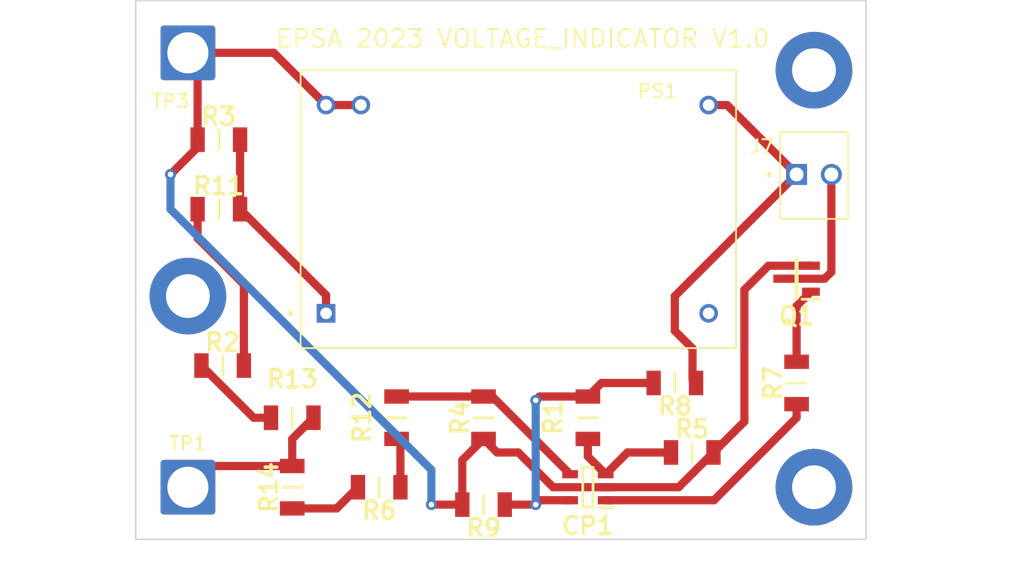
<source format=kicad_pcb>
(kicad_pcb (version 20221018) (generator pcbnew)
  (layers (0 "F.Cu" signal) (31 "B.Cu" signal) (34 "B.Paste" user) (35 "F.Paste" user) (36 "B.SilkS" user "B.Silkscreen") (37 "F.SilkS" user "F.Silkscreen") (38 "B.Mask" user) (39 "F.Mask" user) (44 "Edge.Cuts" user))
  (net 0 "")
  (net 1 "Net-(CP1-OUT)")
  (net 2 "0")
  (net 3 "Net-(CP1-IN-)")
  (net 4 "Net-(CP1-IN+)")
  (net 5 "5V")
  (net 6 "/150V")
  (net 7 "12V")
  (net 8 "Net-(Q1-Pad1)")
  (net 9 "LED-")
  (net 10 "HV+")
  (net 11 "Net-(R11-Pad1)")
  (net 12 "Net-(R12-Pad2)")
  (net 13 "Net-(R13-Pad2)")
  (net 14 "Net-(R14-Pad1)")
  (footprint "EPSA_lib:SOT95P237X112-3N" (layer "F.Cu") (at 166.37 108.23 180)
    (fp_text reference "Q1" (at -0.013584 -2.730562) (layer "F.SilkS") (effects (font (size 1.27 1.27) (thickness 0.254))))
    (fp_text value "NMOS SQ2348ES-T1_GE3" hide)
    (fp_line (start -1.7 -1.5) (end -0.4 -1.5) (stroke (width 0.2)) (layer "F.SilkS"))
    (fp_line (start -0.05 -1.46) (end 0.05 -1.46) (stroke (width 0.2)) (layer "F.SilkS"))
    (fp_line (start -0.05 1.46) (end -0.05 -1.46) (stroke (width 0.2)) (layer "F.SilkS"))
    (fp_line (start 0.05 -1.46) (end 0.05 1.46) (stroke (width 0.2)) (layer "F.SilkS"))
    (fp_line (start 0.05 1.46) (end -0.05 1.46) (stroke (width 0.2)) (layer "F.SilkS"))
    (pad "1" smd rect (at -1.05 -0.95 270) (size 0.6 1.3) (layers "F.Cu" "F.Paste" "F.Mask") (net 8 "Net-(Q1-Pad1)"))
    (pad "2" smd rect (at -1.05 0.95 270) (size 0.6 1.3) (layers "F.Cu" "F.Paste" "F.Mask") (net 2 "0"))
    (pad "3" smd rect (at 1.05 0 270) (size 0.6 1.3) (layers "F.Cu" "F.Paste" "F.Mask") (net 9 "LED-"))
  )
  (footprint "EPSA_lib:RESC3216X70N" (layer "F.Cu") (at 143.51 118.39 90)
    (fp_text reference "R4" (at -0.011901 -1.701971 90) (layer "F.SilkS") (effects (font (size 1.27 1.27) (thickness 0.254))))
    (fp_text value "10k" hide)
    (fp_line (start 0 -0.7) (end 0 0.7) (stroke (width 0.2)) (layer "F.SilkS"))
    (pad "1" smd rect (at -1.55 0 90) (size 1.05 1.8) (layers "F.Cu" "F.Paste" "F.Mask") (net 2 "0"))
    (pad "2" smd rect (at 1.55 0 90) (size 1.05 1.8) (layers "F.Cu" "F.Paste" "F.Mask") (net 4 "Net-(CP1-IN+)"))
  )
  (footprint "Connector_Wire:SolderWire-2.5sqmm_1x01_D2.4mm_OD3.6mm" (layer "F.Cu") (at 121.92 91.72)
    (fp_text reference "TP3" (at -1.27 3.53) (layer "F.SilkS"))
    (fp_text value "type=\"R\" model=\"TestPoint\" lib=\"\"")
    (pad "1" thru_hole roundrect (at 0 0) (size 4 4) (drill 3) (layers "*.Cu" "*.Mask") (roundrect_rratio 0.0625) (net 2 "0"))
  )
  (footprint "EPSA_lib:RESC3216X70N" (layer "F.Cu") (at 166.37 115.85 90)
    (fp_text reference "R7" (at -0.011901 -1.701971 90) (layer "F.SilkS") (effects (font (size 1.27 1.27) (thickness 0.254))))
    (fp_text value "1k" hide)
    (fp_line (start 0 -0.7) (end 0 0.7) (stroke (width 0.2)) (layer "F.SilkS"))
    (pad "1" smd rect (at -1.55 0 90) (size 1.05 1.8) (layers "F.Cu" "F.Paste" "F.Mask") (net 1 "Net-(CP1-OUT)"))
    (pad "2" smd rect (at 1.55 0 90) (size 1.05 1.8) (layers "F.Cu" "F.Paste" "F.Mask") (net 8 "Net-(Q1-Pad1)"))
  )
  (footprint "EPSA_lib:RESC3216X70N" (layer "F.Cu") (at 157.48 115.85 180)
    (fp_text reference "R8" (at -0.011901 -1.701971) (layer "F.SilkS") (effects (font (size 1.27 1.27) (thickness 0.254))))
    (fp_text value "1k4" hide)
    (fp_line (start 0 -0.7) (end 0 0.7) (stroke (width 0.2)) (layer "F.SilkS"))
    (pad "1" smd rect (at -1.55 0 180) (size 1.05 1.8) (layers "F.Cu" "F.Paste" "F.Mask") (net 7 "12V"))
    (pad "2" smd rect (at 1.55 0 180) (size 1.05 1.8) (layers "F.Cu" "F.Paste" "F.Mask") (net 5 "5V"))
  )
  (footprint "Convertisseur DC-DC:CONV_THR_3-7212WI" (layer "F.Cu") (at 146.05 103.15 180)
    (fp_text reference "PS1" (at -10.16 8.636) (layer "F.SilkS"))
    (fp_text value "THR_3-7212WI")
    (fp_line (start -15.9 -10.15) (end -15.9 10.15) (stroke (width 0.127)) (layer "F.SilkS"))
    (fp_line (start -15.9 10.15) (end 15.9 10.15) (stroke (width 0.127)) (layer "F.SilkS"))
    (fp_line (start 15.9 -10.15) (end -15.9 -10.15) (stroke (width 0.127)) (layer "F.SilkS"))
    (fp_line (start 15.9 10.15) (end 15.9 -10.15) (stroke (width 0.127)) (layer "F.SilkS"))
    (fp_circle (center 16.65 -7.61) (end 16.75 -7.61) (stroke (width 0.2)) (fill none) (layer "F.SilkS"))
    (pad "1" thru_hole rect (at 14.04 -7.61 180) (size 1.358 1.358) (drill 0.85) (layers "*.Cu" "*.Mask") (net 6 "/150V"))
    (pad "12" thru_hole circle (at -13.9 -7.61 180) (size 1.358 1.358) (drill 0.85) (layers "*.Cu" "*.Mask"))
    (pad "13" thru_hole circle (at -13.9 7.61 180) (size 1.358 1.358) (drill 0.85) (layers "*.Cu" "*.Mask") (net 7 "12V"))
    (pad "23" thru_hole circle (at 11.5 7.61 180) (size 1.358 1.358) (drill 0.85) (layers "*.Cu" "*.Mask") (net 2 "0"))
    (pad "24" thru_hole circle (at 14.04 7.61 180) (size 1.358 1.358) (drill 0.85) (layers "*.Cu" "*.Mask") (net 2 "0"))
  )
  (footprint "" (layer "F.Cu") (at 167.64 92.99)
    (fp_text reference "" (at 0 0) (layer "F.SilkS") (effects (font (size 1.27 1.27))))
    (fp_text value "" (at 0 0) (layer "F.SilkS") (effects (font (size 1.27 1.27))))
    (pad "1" thru_hole circle (at 0 0) (size 5.6 5.6) (drill 3.2) (layers "*.Cu" "*.Mask"))
  )
  (footprint "EPSA_lib:RESC3216X70N" (layer "F.Cu") (at 129.54 118.39 180)
    (fp_text reference "R13" (at 0 2.82) (layer "F.SilkS") (effects (font (size 1.27 1.27) (thickness 0.254))))
    (fp_text value "390k" hide)
    (fp_line (start 0 -0.7) (end 0 0.7) (stroke (width 0.2)) (layer "F.SilkS"))
    (pad "1" smd rect (at -1.55 0 180) (size 1.05 1.8) (layers "F.Cu" "F.Paste" "F.Mask") (net 10 "HV+"))
    (pad "2" smd rect (at 1.55 0 180) (size 1.05 1.8) (layers "F.Cu" "F.Paste" "F.Mask") (net 13 "Net-(R13-Pad2)"))
  )
  (footprint "EPSA_lib:RESC3216X70N" (layer "F.Cu") (at 129.54 123.47 90)
    (fp_text reference "R14" (at -0.011901 -1.701971 90) (layer "F.SilkS") (effects (font (size 1.27 1.27) (thickness 0.254))))
    (fp_text value "390k" hide)
    (fp_line (start 0 -0.7) (end 0 0.7) (stroke (width 0.2)) (layer "F.SilkS"))
    (pad "1" smd rect (at -1.55 0 90) (size 1.05 1.8) (layers "F.Cu" "F.Paste" "F.Mask") (net 14 "Net-(R14-Pad1)"))
    (pad "2" smd rect (at 1.55 0 90) (size 1.05 1.8) (layers "F.Cu" "F.Paste" "F.Mask") (net 10 "HV+"))
  )
  (footprint "EPSA_lib:RESC3216X70N" (layer "F.Cu") (at 143.51 124.74 180)
    (fp_text reference "R9" (at -0.011901 -1.701971) (layer "F.SilkS") (effects (font (size 1.27 1.27) (thickness 0.254))))
    (fp_text value "1k" hide)
    (fp_line (start 0 -0.7) (end 0 0.7) (stroke (width 0.2)) (layer "F.SilkS"))
    (pad "1" smd rect (at -1.55 0 180) (size 1.05 1.8) (layers "F.Cu" "F.Paste" "F.Mask") (net 5 "5V"))
    (pad "2" smd rect (at 1.55 0 180) (size 1.05 1.8) (layers "F.Cu" "F.Paste" "F.Mask") (net 2 "0"))
  )
  (footprint "EPSA_lib:RESC3216X70N" (layer "F.Cu") (at 151.13 118.39 -90)
    (fp_text reference "R1" (at -0.011901 2.54 90) (layer "F.SilkS") (effects (font (size 1.27 1.27) (thickness 0.254))))
    (fp_text value "18k" hide)
    (fp_line (start 0 -0.7) (end 0 0.7) (stroke (width 0.2)) (layer "F.SilkS"))
    (pad "1" smd rect (at -1.55 0 270) (size 1.05 1.8) (layers "F.Cu" "F.Paste" "F.Mask") (net 5 "5V"))
    (pad "2" smd rect (at 1.55 0 270) (size 1.05 1.8) (layers "F.Cu" "F.Paste" "F.Mask") (net 3 "Net-(CP1-IN-)"))
  )
  (footprint "EPSA_lib:MOLEX_22-11-2022" (layer "F.Cu") (at 166.37 100.61)
    (fp_text reference "J7" (at -2.54 -2.032) (layer "F.SilkS"))
    (fp_text value "2P Droit 2-11-2022")
    (fp_line (start -1.195 -3.1) (end 3.735 -3.1) (stroke (width 0.127)) (layer "F.SilkS"))
    (fp_line (start -1.195 3.25) (end -1.195 -3.1) (stroke (width 0.127)) (layer "F.SilkS"))
    (fp_line (start 3.735 -3.1) (end 3.735 3.25) (stroke (width 0.127)) (layer "F.SilkS"))
    (fp_line (start 3.735 3.25) (end -1.195 3.25) (stroke (width 0.127)) (layer "F.SilkS"))
    (fp_circle (center -2 0) (end -1.9 0) (stroke (width 0.2)) (fill none) (layer "F.SilkS"))
    (pad "1" thru_hole rect (at 0 0) (size 1.53 1.53) (drill 1.02) (layers "*.Cu" "*.Mask") (net 7 "12V"))
    (pad "2" thru_hole circle (at 2.54 0) (size 1.53 1.53) (drill 1.02) (layers "*.Cu" "*.Mask") (net 9 "LED-"))
  )
  (footprint "" (layer "F.Cu") (at 121.92 109.5)
    (fp_text reference "" (at 0 0) (layer "F.SilkS") (effects (font (size 1.27 1.27))))
    (fp_text value "" (at 0 0) (layer "F.SilkS") (effects (font (size 1.27 1.27))))
    (pad "1" thru_hole circle (at 0 0) (size 5.6 5.6) (drill 3.2) (layers "*.Cu" "*.Mask"))
  )
  (footprint "EPSA_lib:RESC3216X70N" (layer "F.Cu") (at 135.89 123.47 180)
    (fp_text reference "R6" (at -0.011901 -1.701971) (layer "F.SilkS") (effects (font (size 1.27 1.27) (thickness 0.254))))
    (fp_text value "390k" hide)
    (fp_line (start 0 -0.7) (end 0 0.7) (stroke (width 0.2)) (layer "F.SilkS"))
    (pad "1" smd rect (at -1.55 0 180) (size 1.05 1.8) (layers "F.Cu" "F.Paste" "F.Mask") (net 12 "Net-(R12-Pad2)"))
    (pad "2" smd rect (at 1.55 0 180) (size 1.05 1.8) (layers "F.Cu" "F.Paste" "F.Mask") (net 14 "Net-(R14-Pad1)"))
  )
  (footprint "Connector_Wire:SolderWire-2.5sqmm_1x01_D2.4mm_OD3.6mm" (layer "F.Cu") (at 121.92 123.47)
    (fp_text reference "TP1" (at 0 -3.2) (layer "F.SilkS"))
    (fp_text value "type=\"R\" model=\"TestPoint\" lib=\"\"")
    (pad "1" thru_hole roundrect (at 0 0) (size 4 4) (drill 3) (layers "*.Cu" "*.Mask") (roundrect_rratio 0.0625) (net 10 "HV+"))
  )
  (footprint "EPSA_lib:RESC3216X70N" (layer "F.Cu") (at 124.46 114.58)
    (fp_text reference "R2" (at -0.011901 -1.701971) (layer "F.SilkS") (effects (font (size 1.27 1.27) (thickness 0.254))))
    (fp_text value "390k" hide)
    (fp_line (start 0 -0.7) (end 0 0.7) (stroke (width 0.2)) (layer "F.SilkS"))
    (pad "1" smd rect (at -1.55 0) (size 1.05 1.8) (layers "F.Cu" "F.Paste" "F.Mask") (net 13 "Net-(R13-Pad2)"))
    (pad "2" smd rect (at 1.55 0) (size 1.05 1.8) (layers "F.Cu" "F.Paste" "F.Mask") (net 11 "Net-(R11-Pad1)"))
  )
  (footprint "" (layer "F.Cu") (at 167.64 123.47)
    (fp_text reference "" (at 0 0) (layer "F.SilkS") (effects (font (size 1.27 1.27))))
    (fp_text value "" (at 0 0) (layer "F.SilkS") (effects (font (size 1.27 1.27))))
    (pad "1" thru_hole circle (at 0 0) (size 5.6 5.6) (drill 3.2) (layers "*.Cu" "*.Mask"))
  )
  (footprint "EPSA_lib:SOT95P280X145-5N" (layer "F.Cu") (at 151.13 123.47 180)
    (fp_text reference "CP1" (at 0 -2.821039) (layer "F.SilkS") (effects (font (size 1.27 1.27) (thickness 0.254))))
    (fp_text value "Comparateur TS391ILT" hide)
    (fp_line (start -1.875 -1.5) (end -0.725 -1.5) (stroke (width 0.2)) (layer "F.SilkS"))
    (fp_line (start -0.375 -1.45) (end 0.375 -1.45) (stroke (width 0.2)) (layer "F.SilkS"))
    (fp_line (start -0.375 1.45) (end -0.375 -1.45) (stroke (width 0.2)) (layer "F.SilkS"))
    (fp_line (start 0.375 -1.45) (end 0.375 1.45) (stroke (width 0.2)) (layer "F.SilkS"))
    (fp_line (start 0.375 1.45) (end -0.375 1.45) (stroke (width 0.2)) (layer "F.SilkS"))
    (pad "1" smd rect (at -1.3 -0.95 270) (size 0.6 1.15) (layers "F.Cu" "F.Paste" "F.Mask") (net 1 "Net-(CP1-OUT)"))
    (pad "2" smd rect (at -1.3 0 270) (size 0.6 1.15) (layers "F.Cu" "F.Paste" "F.Mask") (net 2 "0"))
    (pad "3" smd rect (at -1.3 0.95 270) (size 0.6 1.15) (layers "F.Cu" "F.Paste" "F.Mask") (net 3 "Net-(CP1-IN-)"))
    (pad "4" smd rect (at 1.3 0.95 270) (size 0.6 1.15) (layers "F.Cu" "F.Paste" "F.Mask") (net 4 "Net-(CP1-IN+)"))
    (pad "5" smd rect (at 1.3 -0.95 270) (size 0.6 1.15) (layers "F.Cu" "F.Paste" "F.Mask") (net 5 "5V"))
  )
  (footprint "EPSA_lib:RESC3216X70N" (layer "F.Cu") (at 158.75 120.93)
    (fp_text reference "R5" (at -0.011901 -1.701971) (layer "F.SilkS") (effects (font (size 1.27 1.27) (thickness 0.254))))
    (fp_text value "2k" hide)
    (fp_line (start 0 -0.7) (end 0 0.7) (stroke (width 0.2)) (layer "F.SilkS"))
    (pad "1" smd rect (at -1.55 0) (size 1.05 1.8) (layers "F.Cu" "F.Paste" "F.Mask") (net 3 "Net-(CP1-IN-)"))
    (pad "2" smd rect (at 1.55 0) (size 1.05 1.8) (layers "F.Cu" "F.Paste" "F.Mask") (net 2 "0"))
  )
  (footprint "EPSA_lib:RESC3216X70N" (layer "F.Cu") (at 137.16 118.39 -90)
    (fp_text reference "R12" (at -0.011901 2.54 -270) (layer "F.SilkS") (effects (font (size 1.27 1.27) (thickness 0.254))))
    (fp_text value "390k" hide)
    (fp_line (start 0 -0.7) (end 0 0.7) (stroke (width 0.2)) (layer "F.SilkS"))
    (pad "1" smd rect (at -1.55 0 270) (size 1.05 1.8) (layers "F.Cu" "F.Paste" "F.Mask") (net 4 "Net-(CP1-IN+)"))
    (pad "2" smd rect (at 1.55 0 270) (size 1.05 1.8) (layers "F.Cu" "F.Paste" "F.Mask") (net 12 "Net-(R12-Pad2)"))
  )
  (footprint "EPSA_lib:RESC3216X70N" (layer "F.Cu") (at 124.18 98.07)
    (fp_text reference "R3" (at -0.011901 -1.701971) (layer "F.SilkS") (effects (font (size 1.27 1.27) (thickness 0.254))))
    (fp_text value "390k" hide)
    (fp_line (start 0 -0.7) (end 0 0.7) (stroke (width 0.2)) (layer "F.SilkS"))
    (pad "1" smd rect (at -1.55 0) (size 1.05 1.8) (layers "F.Cu" "F.Paste" "F.Mask") (net 2 "0"))
    (pad "2" smd rect (at 1.55 0) (size 1.05 1.8) (layers "F.Cu" "F.Paste" "F.Mask") (net 6 "/150V"))
  )
  (footprint "EPSA_lib:RESC3216X70N" (layer "F.Cu") (at 124.18 103.15)
    (fp_text reference "R11" (at -0.011901 -1.701971) (layer "F.SilkS") (effects (font (size 1.27 1.27) (thickness 0.254))))
    (fp_text value "390k" hide)
    (fp_line (start 0 -0.7) (end 0 0.7) (stroke (width 0.2)) (layer "F.SilkS"))
    (pad "1" smd rect (at -1.55 0) (size 1.05 1.8) (layers "F.Cu" "F.Paste" "F.Mask") (net 11 "Net-(R11-Pad1)"))
    (pad "2" smd rect (at 1.55 0) (size 1.05 1.8) (layers "F.Cu" "F.Paste" "F.Mask") (net 6 "/150V"))
  )
  (gr_rect (start 118.11 87.91) (end 171.45 127.28) (stroke (width 0.1)) (fill none) (layer "Edge.Cuts"))
  (gr_text "EPSA 2023 VOLTAGE_INDICATOR V1.0" (at 128.27 91.44) (layer "F.SilkS") (effects (font (size 1.3 1.3)) (justify left bottom)))
  (segment (start 166.37 118.39) (end 166.37 117.4) (width 0.6) (layer "F.Cu") (net 1))
  (segment (start 160.34 124.42) (end 166.37 118.39) (width 0.6) (layer "F.Cu") (net 1))
  (segment (start 152.43 124.42) (end 160.34 124.42) (width 0.6) (layer "F.Cu") (net 1))
  (segment (start 122.63 92.43) (end 122.63 98.07) (width 0.6) (layer "F.Cu") (net 2))
  (segment (start 162.56 109.04) (end 164.32 107.28) (width 0.6) (layer "F.Cu") (net 2))
  (segment (start 162.56 118.67) (end 162.56 109.04) (width 0.6) (layer "F.Cu") (net 2))
  (segment (start 160.3 120.93) (end 157.76 123.47) (width 0.6) (layer "F.Cu") (net 2))
  (segment (start 121.92 91.72) (end 128.19 91.72) (width 0.6) (layer "F.Cu") (net 2))
  (segment (start 157.76 123.47) (end 152.43 123.47) (width 0.6) (layer "F.Cu") (net 2))
  (segment (start 148.59 123.47) (end 146.05 120.93) (width 0.6) (layer "F.Cu") (net 2))
  (segment (start 160.3 120.93) (end 162.56 118.67) (width 0.6) (layer "F.Cu") (net 2))
  (segment (start 141.96 121.49) (end 143.51 119.94) (width 0.6) (layer "F.Cu") (net 2))
  (segment (start 152.43 123.47) (end 148.59 123.47) (width 0.6) (layer "F.Cu") (net 2))
  (segment (start 122.63 98.63) (end 120.65 100.61) (width 0.6) (layer "F.Cu") (net 2))
  (segment (start 146.05 120.93) (end 144.5 120.93) (width 0.6) (layer "F.Cu") (net 2))
  (segment (start 121.92 91.72) (end 122.63 92.43) (width 0.6) (layer "F.Cu") (net 2))
  (segment (start 144.5 120.93) (end 143.51 119.94) (width 0.6) (layer "F.Cu") (net 2))
  (segment (start 128.19 91.72) (end 132.01 95.54) (width 0.6) (layer "F.Cu") (net 2))
  (segment (start 132.01 95.54) (end 134.55 95.54) (width 0.6) (layer "F.Cu") (net 2))
  (segment (start 164.32 107.28) (end 167.42 107.28) (width 0.6) (layer "F.Cu") (net 2))
  (segment (start 122.63 98.07) (end 122.63 98.63) (width 0.6) (layer "F.Cu") (net 2))
  (segment (start 139.7 124.74) (end 141.96 124.74) (width 0.6) (layer "F.Cu") (net 2))
  (segment (start 141.96 124.74) (end 141.96 121.49) (width 0.6) (layer "F.Cu") (net 2))
  (via (at 120.65 100.61) (size 0.8) (drill 0.4) (layers "F.Cu" "B.Cu") (net 2))
  (via (at 139.7 124.74) (size 0.8) (drill 0.4) (layers "F.Cu" "B.Cu") (net 2))
  (segment (start 120.65 103.15) (end 139.7 122.2) (width 0.6) (layer "B.Cu") (net 2))
  (segment (start 139.7 122.2) (end 139.7 124.74) (width 0.6) (layer "B.Cu") (net 2))
  (segment (start 120.65 100.61) (end 120.65 103.15) (width 0.6) (layer "B.Cu") (net 2))
  (segment (start 157.2 120.93) (end 154.02 120.93) (width 0.6) (layer "F.Cu") (net 3))
  (segment (start 151.13 121.22) (end 152.43 122.52) (width 0.6) (layer "F.Cu") (net 3))
  (segment (start 154.02 120.93) (end 152.43 122.52) (width 0.6) (layer "F.Cu") (net 3))
  (segment (start 151.13 119.94) (end 151.13 121.22) (width 0.6) (layer "F.Cu") (net 3))
  (segment (start 137.16 116.84) (end 143.51 116.84) (width 0.6) (layer "F.Cu") (net 4))
  (segment (start 144.15 116.84) (end 149.83 122.52) (width 0.6) (layer "F.Cu") (net 4))
  (segment (start 143.51 116.84) (end 144.15 116.84) (width 0.6) (layer "F.Cu") (net 4))
  (segment (start 147.64 124.42) (end 147.32 124.74) (width 0.6) (layer "F.Cu") (net 5))
  (segment (start 151.13 116.84) (end 147.6 116.84) (width 0.6) (layer "F.Cu") (net 5))
  (segment (start 149.83 124.42) (end 147.64 124.42) (width 0.6) (layer "F.Cu") (net 5))
  (segment (start 152.12 115.85) (end 151.13 116.84) (width 0.6) (layer "F.Cu") (net 5))
  (segment (start 147.32 124.74) (end 145.06 124.74) (width 0.6) (layer "F.Cu") (net 5))
  (segment (start 147.6 116.84) (end 147.32 117.12) (width 0.6) (layer "F.Cu") (net 5))
  (segment (start 155.93 115.85) (end 152.12 115.85) (width 0.6) (layer "F.Cu") (net 5))
  (via (at 147.32 117.12) (size 0.8) (drill 0.4) (layers "F.Cu" "B.Cu") (net 5))
  (via (at 147.32 124.74) (size 0.8) (drill 0.4) (layers "F.Cu" "B.Cu") (net 5))
  (segment (start 147.32 117.12) (end 147.32 124.74) (width 0.6) (layer "B.Cu") (net 5))
  (segment (start 125.73 103.15) (end 132.01 109.43) (width 0.6) (layer "F.Cu") (net 6))
  (segment (start 125.73 103.15) (end 125.73 98.07) (width 0.6) (layer "F.Cu") (net 6))
  (segment (start 132.01 109.43) (end 132.01 110.76) (width 0.6) (layer "F.Cu") (net 6))
  (segment (start 161.3 95.54) (end 159.95 95.54) (width 0.6) (layer "F.Cu") (net 7))
  (segment (start 157.48 109.5) (end 157.48 112.04) (width 0.6) (layer "F.Cu") (net 7))
  (segment (start 158.771 115.591) (end 159.03 115.85) (width 0.6) (layer "F.Cu") (net 7))
  (segment (start 166.37 100.61) (end 161.3 95.54) (width 0.6) (layer "F.Cu") (net 7))
  (segment (start 157.48 112.04) (end 158.771 113.331) (width 0.6) (layer "F.Cu") (net 7))
  (segment (start 166.37 100.61) (end 157.48 109.5) (width 0.6) (layer "F.Cu") (net 7))
  (segment (start 158.771 113.331) (end 158.771 115.591) (width 0.6) (layer "F.Cu") (net 7))
  (segment (start 166.37 110.23) (end 167.42 109.18) (width 0.6) (layer "F.Cu") (net 8))
  (segment (start 166.37 114.3) (end 166.37 110.23) (width 0.6) (layer "F.Cu") (net 8))
  (segment (start 168.91 107.74) (end 168.91 100.61) (width 0.6) (layer "F.Cu") (net 9))
  (segment (start 165.32 108.23) (end 168.42 108.23) (width 0.6) (layer "F.Cu") (net 9))
  (segment (start 168.42 108.23) (end 168.91 107.74) (width 0.6) (layer "F.Cu") (net 9))
  (segment (start 123.47 121.92) (end 129.54 121.92) (width 0.6) (layer "F.Cu") (net 10))
  (segment (start 129.54 119.94) (end 131.09 118.39) (width 0.6) (layer "F.Cu") (net 10))
  (segment (start 121.92 123.47) (end 123.47 121.92) (width 0.6) (layer "F.Cu") (net 10))
  (segment (start 129.54 121.92) (end 129.54 119.94) (width 0.6) (layer "F.Cu") (net 10))
  (segment (start 126.01 114.58) (end 126.01 108.65) (width 0.6) (layer "F.Cu") (net 11))
  (segment (start 126.01 108.65) (end 122.63 105.27) (width 0.6) (layer "F.Cu") (net 11))
  (segment (start 122.63 105.27) (end 122.63 103.15) (width 0.6) (layer "F.Cu") (net 11))
  (segment (start 137.44 120.22) (end 137.16 119.94) (width 0.6) (layer "F.Cu") (net 12))
  (segment (start 137.44 123.47) (end 137.44 120.22) (width 0.6) (layer "F.Cu") (net 12))
  (segment (start 126.72 118.39) (end 122.91 114.58) (width 0.6) (layer "F.Cu") (net 13))
  (segment (start 127.99 118.39) (end 126.72 118.39) (width 0.6) (layer "F.Cu") (net 13))
  (segment (start 129.54 125.02) (end 132.79 125.02) (width 0.6) (layer "F.Cu") (net 14))
  (segment (start 132.79 125.02) (end 134.34 123.47) (width 0.6) (layer "F.Cu") (net 14))
)
</source>
